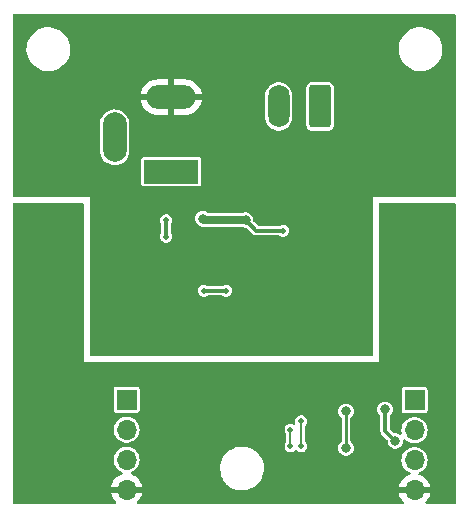
<source format=gbr>
%TF.GenerationSoftware,KiCad,Pcbnew,7.0.11*%
%TF.CreationDate,2024-03-26T21:19:37+01:00*%
%TF.ProjectId,booster_bare_minimum,626f6f73-7465-4725-9f62-6172655f6d69,rev?*%
%TF.SameCoordinates,Original*%
%TF.FileFunction,Copper,L2,Bot*%
%TF.FilePolarity,Positive*%
%FSLAX46Y46*%
G04 Gerber Fmt 4.6, Leading zero omitted, Abs format (unit mm)*
G04 Created by KiCad (PCBNEW 7.0.11) date 2024-03-26 21:19:37*
%MOMM*%
%LPD*%
G01*
G04 APERTURE LIST*
G04 Aperture macros list*
%AMRoundRect*
0 Rectangle with rounded corners*
0 $1 Rounding radius*
0 $2 $3 $4 $5 $6 $7 $8 $9 X,Y pos of 4 corners*
0 Add a 4 corners polygon primitive as box body*
4,1,4,$2,$3,$4,$5,$6,$7,$8,$9,$2,$3,0*
0 Add four circle primitives for the rounded corners*
1,1,$1+$1,$2,$3*
1,1,$1+$1,$4,$5*
1,1,$1+$1,$6,$7*
1,1,$1+$1,$8,$9*
0 Add four rect primitives between the rounded corners*
20,1,$1+$1,$2,$3,$4,$5,0*
20,1,$1+$1,$4,$5,$6,$7,0*
20,1,$1+$1,$6,$7,$8,$9,0*
20,1,$1+$1,$8,$9,$2,$3,0*%
G04 Aperture macros list end*
%TA.AperFunction,ComponentPad*%
%ADD10R,1.700000X1.700000*%
%TD*%
%TA.AperFunction,ComponentPad*%
%ADD11O,1.700000X1.700000*%
%TD*%
%TA.AperFunction,ComponentPad*%
%ADD12R,4.600000X2.000000*%
%TD*%
%TA.AperFunction,ComponentPad*%
%ADD13O,4.200000X2.000000*%
%TD*%
%TA.AperFunction,ComponentPad*%
%ADD14O,2.000000X4.200000*%
%TD*%
%TA.AperFunction,ComponentPad*%
%ADD15RoundRect,0.250000X0.650000X1.550000X-0.650000X1.550000X-0.650000X-1.550000X0.650000X-1.550000X0*%
%TD*%
%TA.AperFunction,ComponentPad*%
%ADD16O,1.800000X3.600000*%
%TD*%
%TA.AperFunction,ViaPad*%
%ADD17C,0.800000*%
%TD*%
%TA.AperFunction,ViaPad*%
%ADD18C,0.500000*%
%TD*%
%TA.AperFunction,Conductor*%
%ADD19C,0.300000*%
%TD*%
%TA.AperFunction,Conductor*%
%ADD20C,0.200000*%
%TD*%
%TA.AperFunction,Conductor*%
%ADD21C,0.250000*%
%TD*%
%TA.AperFunction,Conductor*%
%ADD22C,0.700000*%
%TD*%
G04 APERTURE END LIST*
D10*
%TO.P,J102,1,Pin_1*%
%TO.N,/Booster/DCC_B*%
X161626000Y-69175000D03*
D11*
%TO.P,J102,2,Pin_2*%
%TO.N,/Booster/DCC_A*%
X161626000Y-71715000D03*
%TO.P,J102,3,Pin_3*%
%TO.N,/Booster/ShortCircuit*%
X161626000Y-74255000D03*
%TO.P,J102,4,Pin_4*%
%TO.N,GND*%
X161626000Y-76795000D03*
%TD*%
D12*
%TO.P,J201,1*%
%TO.N,VCC*%
X165410000Y-49861000D03*
D13*
%TO.P,J201,2*%
%TO.N,GND2*%
X165410000Y-43561000D03*
D14*
%TO.P,J201,3*%
%TO.N,N/C*%
X160610000Y-46961000D03*
%TD*%
D15*
%TO.P,J103,1,Pin_1*%
%TO.N,/Booster/Track_B*%
X178000000Y-44346000D03*
D16*
%TO.P,J103,2,Pin_2*%
%TO.N,/Booster/Track_A*%
X174500000Y-44346000D03*
%TD*%
D10*
%TO.P,J101,1,Pin_1*%
%TO.N,/Booster/DCC_B*%
X186000000Y-69215000D03*
D11*
%TO.P,J101,2,Pin_2*%
%TO.N,/Booster/DCC_A*%
X186000000Y-71755000D03*
%TO.P,J101,3,Pin_3*%
%TO.N,/Booster/ShortCircuit*%
X186000000Y-74295000D03*
%TO.P,J101,4,Pin_4*%
%TO.N,GND*%
X186000000Y-76835000D03*
%TD*%
D17*
%TO.N,GND*%
X184300000Y-66000000D03*
X181800000Y-69700000D03*
X178700000Y-69800000D03*
D18*
%TO.N,/Booster/DCC_A*%
X175500000Y-73115000D03*
X175500000Y-71715000D03*
%TO.N,/Booster/DCC_B*%
X176400000Y-73115000D03*
X176400000Y-71015000D03*
D17*
%TO.N,Net-(Q1-B)*%
X180200000Y-73265000D03*
X180200000Y-70165000D03*
%TO.N,GND2*%
X153162000Y-49657000D03*
X160401000Y-62357000D03*
X168656000Y-39116000D03*
X159639000Y-41656000D03*
X168910000Y-46863000D03*
X169799000Y-63373000D03*
X160274000Y-54610000D03*
X176911000Y-47498000D03*
X163000000Y-47000000D03*
X181356000Y-58547000D03*
X165735000Y-52324000D03*
X172212000Y-51054000D03*
X164846000Y-62357000D03*
X178943000Y-52324000D03*
X162814000Y-64262000D03*
X170561000Y-44577000D03*
X181356000Y-54610000D03*
X186436000Y-45593000D03*
X160274000Y-51689000D03*
X171958000Y-64643000D03*
X187071000Y-50038000D03*
X173990000Y-63500000D03*
X172974000Y-38227000D03*
X178435000Y-49276000D03*
X172593000Y-63373000D03*
X166243000Y-64389000D03*
X181102000Y-64008000D03*
X162687000Y-38862000D03*
X175006000Y-52070000D03*
X175768000Y-64516000D03*
D18*
%TO.N,VCC*%
X174879000Y-54864000D03*
D17*
X171704000Y-53975000D03*
X168087500Y-53848000D03*
%TO.N,/Booster/ShortCircuit*%
X184376500Y-72671500D03*
X183500000Y-70000000D03*
%TO.N,GND*%
X184785000Y-53721000D03*
X164211000Y-73660000D03*
X154559000Y-70866000D03*
X176403000Y-68199000D03*
X156591000Y-62738000D03*
X165100000Y-69723000D03*
X156591000Y-56896000D03*
X156845000Y-59944000D03*
X166243000Y-66929000D03*
X188595000Y-76708000D03*
X152781000Y-66040000D03*
X159512000Y-67310000D03*
X172339000Y-69342000D03*
X184277000Y-61849000D03*
X188468000Y-68961000D03*
X184912000Y-57150000D03*
X157353000Y-75438000D03*
X182118000Y-73660000D03*
D18*
%TO.N,Net-(Q201-G)*%
X170053000Y-59944000D03*
X168148000Y-59944000D03*
%TO.N,Net-(U201-EN)*%
X164973000Y-53975000D03*
X164973000Y-55372000D03*
%TD*%
D19*
%TO.N,/Booster/ShortCircuit*%
X183500000Y-71795000D02*
X184376500Y-72671500D01*
X183500000Y-70000000D02*
X183500000Y-71795000D01*
D20*
%TO.N,/Booster/DCC_A*%
X175500000Y-71715000D02*
X175500000Y-73115000D01*
%TO.N,/Booster/DCC_B*%
X176400000Y-71015000D02*
X176400000Y-73115000D01*
D21*
%TO.N,Net-(Q1-B)*%
X180200000Y-70165000D02*
X180200000Y-73265000D01*
D22*
%TO.N,VCC*%
X171704000Y-53975000D02*
X168214500Y-53975000D01*
X168214500Y-53975000D02*
X168087500Y-53848000D01*
D19*
X172593000Y-54864000D02*
X171704000Y-53975000D01*
X174879000Y-54864000D02*
X172593000Y-54864000D01*
%TO.N,Net-(Q201-G)*%
X170053000Y-59944000D02*
X168148000Y-59944000D01*
%TO.N,Net-(U201-EN)*%
X164973000Y-53975000D02*
X164973000Y-55372000D01*
%TD*%
%TA.AperFunction,Conductor*%
%TO.N,GND*%
G36*
X157943039Y-52519685D02*
G01*
X157988794Y-52572489D01*
X158000000Y-52624000D01*
X158000000Y-66000000D01*
X183000000Y-66000000D01*
X183000000Y-52624000D01*
X183019685Y-52556961D01*
X183072489Y-52511206D01*
X183124000Y-52500000D01*
X189376000Y-52500000D01*
X189443039Y-52519685D01*
X189488794Y-52572489D01*
X189500000Y-52624000D01*
X189500000Y-77876000D01*
X189480315Y-77943039D01*
X189427511Y-77988794D01*
X189376000Y-78000000D01*
X187043550Y-78000000D01*
X186976511Y-77980315D01*
X186930756Y-77927511D01*
X186920812Y-77858353D01*
X186949837Y-77794797D01*
X186955869Y-77788319D01*
X187038105Y-77706082D01*
X187173600Y-77512578D01*
X187273429Y-77298492D01*
X187273432Y-77298486D01*
X187330636Y-77085000D01*
X186433686Y-77085000D01*
X186459493Y-77044844D01*
X186500000Y-76906889D01*
X186500000Y-76763111D01*
X186459493Y-76625156D01*
X186433686Y-76585000D01*
X187330636Y-76585000D01*
X187330635Y-76584999D01*
X187273432Y-76371513D01*
X187273429Y-76371507D01*
X187173600Y-76157422D01*
X187173599Y-76157420D01*
X187038113Y-75963926D01*
X187038108Y-75963920D01*
X186871082Y-75796894D01*
X186677578Y-75661399D01*
X186463492Y-75561570D01*
X186463477Y-75561564D01*
X186424414Y-75551097D01*
X186364754Y-75514732D01*
X186334226Y-75451885D01*
X186342521Y-75382509D01*
X186387007Y-75328632D01*
X186411710Y-75315698D01*
X186492637Y-75284348D01*
X186666041Y-75176981D01*
X186816764Y-75039579D01*
X186939673Y-74876821D01*
X187030582Y-74694250D01*
X187086397Y-74498083D01*
X187105215Y-74295000D01*
X187101508Y-74254999D01*
X187086397Y-74091917D01*
X187069753Y-74033419D01*
X187030582Y-73895750D01*
X187021592Y-73877696D01*
X186985037Y-73804283D01*
X186939673Y-73713179D01*
X186865909Y-73615499D01*
X186816762Y-73550418D01*
X186666041Y-73413019D01*
X186666039Y-73413017D01*
X186492642Y-73305655D01*
X186492635Y-73305651D01*
X186368228Y-73257456D01*
X186302456Y-73231976D01*
X186101976Y-73194500D01*
X185898024Y-73194500D01*
X185697544Y-73231976D01*
X185697541Y-73231976D01*
X185697541Y-73231977D01*
X185507364Y-73305651D01*
X185507357Y-73305655D01*
X185333960Y-73413017D01*
X185333958Y-73413019D01*
X185183237Y-73550418D01*
X185060327Y-73713178D01*
X184969422Y-73895739D01*
X184969417Y-73895752D01*
X184913602Y-74091917D01*
X184894785Y-74294999D01*
X184894785Y-74295000D01*
X184913602Y-74498082D01*
X184969417Y-74694247D01*
X184969422Y-74694260D01*
X185060327Y-74876821D01*
X185183237Y-75039581D01*
X185333958Y-75176980D01*
X185333960Y-75176982D01*
X185375873Y-75202933D01*
X185507363Y-75284348D01*
X185588283Y-75315696D01*
X185643685Y-75358269D01*
X185667276Y-75424035D01*
X185651565Y-75492116D01*
X185601542Y-75540895D01*
X185575586Y-75551097D01*
X185536519Y-75561565D01*
X185536507Y-75561570D01*
X185322422Y-75661399D01*
X185322420Y-75661400D01*
X185128926Y-75796886D01*
X185128920Y-75796891D01*
X184961891Y-75963920D01*
X184961886Y-75963926D01*
X184826400Y-76157420D01*
X184826399Y-76157422D01*
X184726570Y-76371507D01*
X184726567Y-76371513D01*
X184669364Y-76584999D01*
X184669364Y-76585000D01*
X185566314Y-76585000D01*
X185540507Y-76625156D01*
X185500000Y-76763111D01*
X185500000Y-76906889D01*
X185540507Y-77044844D01*
X185566314Y-77085000D01*
X184669364Y-77085000D01*
X184726567Y-77298486D01*
X184726570Y-77298492D01*
X184826399Y-77512578D01*
X184961894Y-77706082D01*
X185044131Y-77788319D01*
X185077616Y-77849642D01*
X185072632Y-77919334D01*
X185030760Y-77975267D01*
X184965296Y-77999684D01*
X184956450Y-78000000D01*
X162629550Y-78000000D01*
X162562511Y-77980315D01*
X162516756Y-77927511D01*
X162506812Y-77858353D01*
X162535837Y-77794797D01*
X162541869Y-77788319D01*
X162664105Y-77666082D01*
X162799600Y-77472578D01*
X162899429Y-77258492D01*
X162899432Y-77258486D01*
X162956636Y-77045000D01*
X162059686Y-77045000D01*
X162085493Y-77004844D01*
X162126000Y-76866889D01*
X162126000Y-76723111D01*
X162085493Y-76585156D01*
X162059686Y-76545000D01*
X162956636Y-76545000D01*
X162956635Y-76544999D01*
X162899432Y-76331513D01*
X162899429Y-76331507D01*
X162799600Y-76117422D01*
X162799599Y-76117420D01*
X162664113Y-75923926D01*
X162664108Y-75923920D01*
X162497082Y-75756894D01*
X162303578Y-75621399D01*
X162089492Y-75521570D01*
X162089477Y-75521564D01*
X162050414Y-75511097D01*
X161990754Y-75474732D01*
X161960226Y-75411885D01*
X161968521Y-75342509D01*
X162013007Y-75288632D01*
X162037710Y-75275698D01*
X162118637Y-75244348D01*
X162292041Y-75136981D01*
X162367970Y-75067763D01*
X169545787Y-75067763D01*
X169575413Y-75337013D01*
X169575415Y-75337024D01*
X169643926Y-75599082D01*
X169643928Y-75599088D01*
X169749870Y-75848390D01*
X169820381Y-75963926D01*
X169890979Y-76079605D01*
X169890986Y-76079615D01*
X170064253Y-76287819D01*
X170064259Y-76287824D01*
X170157662Y-76371513D01*
X170265998Y-76468582D01*
X170491910Y-76618044D01*
X170737176Y-76733020D01*
X170737183Y-76733022D01*
X170737185Y-76733023D01*
X170996557Y-76811057D01*
X170996564Y-76811058D01*
X170996569Y-76811060D01*
X171264561Y-76850500D01*
X171264566Y-76850500D01*
X171467629Y-76850500D01*
X171467631Y-76850500D01*
X171467636Y-76850499D01*
X171467648Y-76850499D01*
X171505191Y-76847750D01*
X171670156Y-76835677D01*
X171782758Y-76810593D01*
X171934546Y-76776782D01*
X171934548Y-76776781D01*
X171934553Y-76776780D01*
X172187558Y-76680014D01*
X172423777Y-76547441D01*
X172638177Y-76381888D01*
X172826186Y-76186881D01*
X172983799Y-75966579D01*
X173071040Y-75796894D01*
X173107649Y-75725690D01*
X173107651Y-75725684D01*
X173107656Y-75725675D01*
X173195118Y-75469305D01*
X173244319Y-75202933D01*
X173254212Y-74932235D01*
X173224586Y-74662982D01*
X173156072Y-74400912D01*
X173050130Y-74151610D01*
X172909018Y-73920390D01*
X172855226Y-73855752D01*
X172735746Y-73712180D01*
X172735740Y-73712175D01*
X172534002Y-73531418D01*
X172308092Y-73381957D01*
X172308090Y-73381956D01*
X172062824Y-73266980D01*
X172062819Y-73266978D01*
X172062814Y-73266976D01*
X171803442Y-73188942D01*
X171803428Y-73188939D01*
X171687791Y-73171921D01*
X171535439Y-73149500D01*
X171332369Y-73149500D01*
X171332351Y-73149500D01*
X171129844Y-73164323D01*
X171129831Y-73164325D01*
X170865453Y-73223217D01*
X170865446Y-73223220D01*
X170612439Y-73319987D01*
X170376226Y-73452557D01*
X170161822Y-73618112D01*
X169973822Y-73813109D01*
X169973816Y-73813116D01*
X169816202Y-74033419D01*
X169816199Y-74033424D01*
X169692350Y-74274309D01*
X169692343Y-74274327D01*
X169604884Y-74530685D01*
X169604881Y-74530699D01*
X169555681Y-74797068D01*
X169555680Y-74797075D01*
X169545787Y-75067763D01*
X162367970Y-75067763D01*
X162442764Y-74999579D01*
X162565673Y-74836821D01*
X162656582Y-74654250D01*
X162712397Y-74458083D01*
X162731215Y-74255000D01*
X162712397Y-74051917D01*
X162656582Y-73855750D01*
X162635354Y-73813119D01*
X162612272Y-73766764D01*
X162565673Y-73673179D01*
X162491496Y-73574953D01*
X162442762Y-73510418D01*
X162292041Y-73373019D01*
X162292039Y-73373017D01*
X162118642Y-73265655D01*
X162118635Y-73265651D01*
X161934971Y-73194500D01*
X161928456Y-73191976D01*
X161727976Y-73154500D01*
X161524024Y-73154500D01*
X161323544Y-73191976D01*
X161323541Y-73191976D01*
X161323541Y-73191977D01*
X161133364Y-73265651D01*
X161133357Y-73265655D01*
X160959960Y-73373017D01*
X160959958Y-73373019D01*
X160809237Y-73510418D01*
X160686327Y-73673178D01*
X160595422Y-73855739D01*
X160595417Y-73855752D01*
X160539602Y-74051917D01*
X160520785Y-74254999D01*
X160520785Y-74255000D01*
X160539602Y-74458082D01*
X160595417Y-74654247D01*
X160595422Y-74654260D01*
X160686327Y-74836821D01*
X160809237Y-74999581D01*
X160959958Y-75136980D01*
X160959960Y-75136982D01*
X161024560Y-75176980D01*
X161133363Y-75244348D01*
X161214283Y-75275696D01*
X161269685Y-75318269D01*
X161293276Y-75384035D01*
X161277565Y-75452116D01*
X161227542Y-75500895D01*
X161201586Y-75511097D01*
X161162519Y-75521565D01*
X161162507Y-75521570D01*
X160948422Y-75621399D01*
X160948420Y-75621400D01*
X160754926Y-75756886D01*
X160754920Y-75756891D01*
X160587891Y-75923920D01*
X160587886Y-75923926D01*
X160452400Y-76117420D01*
X160452399Y-76117422D01*
X160352570Y-76331507D01*
X160352567Y-76331513D01*
X160295364Y-76544999D01*
X160295364Y-76545000D01*
X161192314Y-76545000D01*
X161166507Y-76585156D01*
X161126000Y-76723111D01*
X161126000Y-76866889D01*
X161166507Y-77004844D01*
X161192314Y-77045000D01*
X160295364Y-77045000D01*
X160352567Y-77258486D01*
X160352570Y-77258492D01*
X160452399Y-77472578D01*
X160587894Y-77666082D01*
X160710131Y-77788319D01*
X160743616Y-77849642D01*
X160738632Y-77919334D01*
X160696760Y-77975267D01*
X160631296Y-77999684D01*
X160622450Y-78000000D01*
X152124000Y-78000000D01*
X152056961Y-77980315D01*
X152011206Y-77927511D01*
X152000000Y-77876000D01*
X152000000Y-73115000D01*
X174994353Y-73115000D01*
X175014834Y-73257456D01*
X175067610Y-73373017D01*
X175074623Y-73388373D01*
X175168872Y-73497143D01*
X175289947Y-73574953D01*
X175289950Y-73574954D01*
X175289949Y-73574954D01*
X175428036Y-73615499D01*
X175428038Y-73615500D01*
X175428039Y-73615500D01*
X175571962Y-73615500D01*
X175571962Y-73615499D01*
X175710053Y-73574953D01*
X175831128Y-73497143D01*
X175856288Y-73468106D01*
X175915065Y-73430333D01*
X175984935Y-73430333D01*
X176043711Y-73468106D01*
X176068872Y-73497143D01*
X176189947Y-73574953D01*
X176189950Y-73574954D01*
X176189949Y-73574954D01*
X176328036Y-73615499D01*
X176328038Y-73615500D01*
X176328039Y-73615500D01*
X176471962Y-73615500D01*
X176471962Y-73615499D01*
X176610053Y-73574953D01*
X176731128Y-73497143D01*
X176825377Y-73388373D01*
X176881720Y-73265000D01*
X179544722Y-73265000D01*
X179563762Y-73421818D01*
X179619780Y-73569523D01*
X179709517Y-73699530D01*
X179827760Y-73804283D01*
X179827762Y-73804284D01*
X179967634Y-73877696D01*
X180121014Y-73915500D01*
X180121015Y-73915500D01*
X180278985Y-73915500D01*
X180432365Y-73877696D01*
X180474200Y-73855739D01*
X180572240Y-73804283D01*
X180690483Y-73699530D01*
X180780220Y-73569523D01*
X180836237Y-73421818D01*
X180855278Y-73265000D01*
X180846412Y-73191977D01*
X180836237Y-73108181D01*
X180786116Y-72976024D01*
X180780220Y-72960477D01*
X180690483Y-72830470D01*
X180688054Y-72828318D01*
X180617273Y-72765611D01*
X180580146Y-72706422D01*
X180575500Y-72672796D01*
X180575500Y-70757202D01*
X180595185Y-70690163D01*
X180617274Y-70664386D01*
X180631283Y-70651976D01*
X180690483Y-70599530D01*
X180780220Y-70469523D01*
X180836237Y-70321818D01*
X180855278Y-70165000D01*
X180855004Y-70162739D01*
X180836237Y-70008181D01*
X180833134Y-70000000D01*
X182844722Y-70000000D01*
X182863762Y-70156818D01*
X182919780Y-70304523D01*
X182919781Y-70304524D01*
X183009517Y-70434531D01*
X183057726Y-70477239D01*
X183094853Y-70536428D01*
X183099500Y-70570055D01*
X183099500Y-71858429D01*
X183099501Y-71858439D01*
X183106346Y-71879507D01*
X183110887Y-71898418D01*
X183114354Y-71920304D01*
X183114355Y-71920307D01*
X183124412Y-71940045D01*
X183131857Y-71958018D01*
X183138704Y-71979090D01*
X183151726Y-71997014D01*
X183161890Y-72013600D01*
X183171949Y-72033340D01*
X183171950Y-72033342D01*
X183191390Y-72052782D01*
X183191419Y-72052813D01*
X183688153Y-72549545D01*
X183721638Y-72610868D01*
X183723568Y-72652168D01*
X183721222Y-72671494D01*
X183721222Y-72671500D01*
X183740262Y-72828318D01*
X183790383Y-72960475D01*
X183796280Y-72976023D01*
X183886017Y-73106030D01*
X184004260Y-73210783D01*
X184004262Y-73210784D01*
X184144134Y-73284196D01*
X184297514Y-73322000D01*
X184297515Y-73322000D01*
X184455485Y-73322000D01*
X184608865Y-73284196D01*
X184641667Y-73266980D01*
X184748740Y-73210783D01*
X184866983Y-73106030D01*
X184956720Y-72976023D01*
X185012737Y-72828318D01*
X185031778Y-72671500D01*
X185031777Y-72671494D01*
X185029725Y-72654594D01*
X185041183Y-72585671D01*
X185088085Y-72533883D01*
X185155540Y-72515674D01*
X185222132Y-72536824D01*
X185236358Y-72548007D01*
X185333957Y-72636980D01*
X185333960Y-72636982D01*
X185389704Y-72671497D01*
X185507363Y-72744348D01*
X185697544Y-72818024D01*
X185898024Y-72855500D01*
X185898026Y-72855500D01*
X186101974Y-72855500D01*
X186101976Y-72855500D01*
X186302456Y-72818024D01*
X186492637Y-72744348D01*
X186666041Y-72636981D01*
X186816764Y-72499579D01*
X186939673Y-72336821D01*
X187030582Y-72154250D01*
X187086397Y-71958083D01*
X187105215Y-71755000D01*
X187101508Y-71714999D01*
X187086397Y-71551917D01*
X187075016Y-71511917D01*
X187030582Y-71355750D01*
X187019182Y-71332856D01*
X186960248Y-71214500D01*
X186939673Y-71173179D01*
X186816764Y-71010421D01*
X186816762Y-71010418D01*
X186666041Y-70873019D01*
X186666039Y-70873017D01*
X186492642Y-70765655D01*
X186492635Y-70765651D01*
X186384020Y-70723574D01*
X186302456Y-70691976D01*
X186101976Y-70654500D01*
X185898024Y-70654500D01*
X185697544Y-70691976D01*
X185697541Y-70691976D01*
X185697541Y-70691977D01*
X185507364Y-70765651D01*
X185507357Y-70765655D01*
X185333960Y-70873017D01*
X185333958Y-70873019D01*
X185183237Y-71010418D01*
X185060327Y-71173178D01*
X184969422Y-71355739D01*
X184969417Y-71355752D01*
X184913602Y-71551917D01*
X184894785Y-71754999D01*
X184894785Y-71755000D01*
X184913602Y-71958080D01*
X184921661Y-71986403D01*
X184921073Y-72056270D01*
X184882806Y-72114728D01*
X184819008Y-72143218D01*
X184749936Y-72132693D01*
X184744768Y-72130132D01*
X184608865Y-72058803D01*
X184455486Y-72021000D01*
X184455485Y-72021000D01*
X184343755Y-72021000D01*
X184276716Y-72001315D01*
X184256074Y-71984681D01*
X183936819Y-71665426D01*
X183903334Y-71604103D01*
X183900500Y-71577745D01*
X183900500Y-70570055D01*
X183920185Y-70503016D01*
X183942274Y-70477239D01*
X183990482Y-70434531D01*
X183990483Y-70434530D01*
X184080220Y-70304523D01*
X184136237Y-70156818D01*
X184144389Y-70089678D01*
X184899500Y-70089678D01*
X184914032Y-70162735D01*
X184914033Y-70162739D01*
X184914034Y-70162740D01*
X184969399Y-70245601D01*
X185014147Y-70275500D01*
X185052260Y-70300966D01*
X185052264Y-70300967D01*
X185125321Y-70315499D01*
X185125324Y-70315500D01*
X185125326Y-70315500D01*
X186874676Y-70315500D01*
X186874677Y-70315499D01*
X186947740Y-70300966D01*
X187030601Y-70245601D01*
X187085966Y-70162740D01*
X187100500Y-70089674D01*
X187100500Y-68340326D01*
X187100500Y-68340323D01*
X187100499Y-68340321D01*
X187085967Y-68267264D01*
X187085966Y-68267260D01*
X187059239Y-68227260D01*
X187030601Y-68184399D01*
X186947740Y-68129034D01*
X186947739Y-68129033D01*
X186947735Y-68129032D01*
X186874677Y-68114500D01*
X186874674Y-68114500D01*
X185125326Y-68114500D01*
X185125323Y-68114500D01*
X185052264Y-68129032D01*
X185052260Y-68129033D01*
X184969399Y-68184399D01*
X184914033Y-68267260D01*
X184914032Y-68267264D01*
X184899500Y-68340321D01*
X184899500Y-70089678D01*
X184144389Y-70089678D01*
X184155278Y-70000000D01*
X184136237Y-69843182D01*
X184080220Y-69695477D01*
X183990483Y-69565470D01*
X183872240Y-69460717D01*
X183872238Y-69460716D01*
X183872237Y-69460715D01*
X183732365Y-69387303D01*
X183578986Y-69349500D01*
X183578985Y-69349500D01*
X183421015Y-69349500D01*
X183421014Y-69349500D01*
X183267634Y-69387303D01*
X183127762Y-69460715D01*
X183009516Y-69565471D01*
X182919781Y-69695475D01*
X182919780Y-69695476D01*
X182863762Y-69843181D01*
X182844722Y-69999999D01*
X182844722Y-70000000D01*
X180833134Y-70000000D01*
X180814992Y-69952164D01*
X180780220Y-69860477D01*
X180690483Y-69730470D01*
X180572240Y-69625717D01*
X180572238Y-69625716D01*
X180572237Y-69625715D01*
X180432365Y-69552303D01*
X180278986Y-69514500D01*
X180278985Y-69514500D01*
X180121015Y-69514500D01*
X180121014Y-69514500D01*
X179967634Y-69552303D01*
X179827762Y-69625715D01*
X179709516Y-69730471D01*
X179619781Y-69860475D01*
X179619780Y-69860476D01*
X179563762Y-70008181D01*
X179544722Y-70164999D01*
X179544722Y-70165000D01*
X179563762Y-70321818D01*
X179606509Y-70434530D01*
X179619780Y-70469523D01*
X179647576Y-70509794D01*
X179709517Y-70599531D01*
X179782726Y-70664386D01*
X179819853Y-70723574D01*
X179824500Y-70757202D01*
X179824500Y-72672796D01*
X179804815Y-72739835D01*
X179782727Y-72765611D01*
X179709518Y-72830468D01*
X179619781Y-72960475D01*
X179619780Y-72960476D01*
X179563762Y-73108181D01*
X179544722Y-73264999D01*
X179544722Y-73265000D01*
X176881720Y-73265000D01*
X176885165Y-73257457D01*
X176905647Y-73115000D01*
X176885165Y-72972543D01*
X176825377Y-72841627D01*
X176815708Y-72830468D01*
X176780786Y-72790164D01*
X176751762Y-72726608D01*
X176750500Y-72708963D01*
X176750500Y-71421035D01*
X176770185Y-71353996D01*
X176780782Y-71339837D01*
X176825377Y-71288373D01*
X176885165Y-71157457D01*
X176905647Y-71015000D01*
X176885165Y-70872543D01*
X176825377Y-70741627D01*
X176731128Y-70632857D01*
X176610053Y-70555047D01*
X176610051Y-70555046D01*
X176610049Y-70555045D01*
X176610050Y-70555045D01*
X176471963Y-70514500D01*
X176471961Y-70514500D01*
X176328039Y-70514500D01*
X176328036Y-70514500D01*
X176189949Y-70555045D01*
X176068873Y-70632856D01*
X175974623Y-70741626D01*
X175974622Y-70741628D01*
X175914834Y-70872543D01*
X175894353Y-71015000D01*
X175912501Y-71141228D01*
X175902557Y-71210386D01*
X175856802Y-71263190D01*
X175789762Y-71282874D01*
X175722725Y-71263190D01*
X175710053Y-71255047D01*
X175710050Y-71255045D01*
X175571963Y-71214500D01*
X175571961Y-71214500D01*
X175428039Y-71214500D01*
X175428036Y-71214500D01*
X175289949Y-71255045D01*
X175168873Y-71332856D01*
X175074623Y-71441626D01*
X175074622Y-71441628D01*
X175014834Y-71572543D01*
X174994353Y-71715000D01*
X175014834Y-71857456D01*
X175072937Y-71984681D01*
X175074623Y-71988373D01*
X175119213Y-72039833D01*
X175148238Y-72103388D01*
X175149500Y-72121035D01*
X175149500Y-72708963D01*
X175129815Y-72776002D01*
X175119214Y-72790164D01*
X175074625Y-72841623D01*
X175074622Y-72841628D01*
X175014834Y-72972543D01*
X174994353Y-73115000D01*
X152000000Y-73115000D01*
X152000000Y-71715000D01*
X160520785Y-71715000D01*
X160539602Y-71918082D01*
X160595417Y-72114247D01*
X160595422Y-72114260D01*
X160686327Y-72296821D01*
X160809237Y-72459581D01*
X160959958Y-72596980D01*
X160959960Y-72596982D01*
X160982387Y-72610868D01*
X161133363Y-72704348D01*
X161323544Y-72778024D01*
X161524024Y-72815500D01*
X161524026Y-72815500D01*
X161727974Y-72815500D01*
X161727976Y-72815500D01*
X161928456Y-72778024D01*
X162118637Y-72704348D01*
X162292041Y-72596981D01*
X162442764Y-72459579D01*
X162565673Y-72296821D01*
X162656582Y-72114250D01*
X162712397Y-71918083D01*
X162731215Y-71715000D01*
X162712397Y-71511917D01*
X162656582Y-71315750D01*
X162642949Y-71288372D01*
X162604117Y-71210386D01*
X162565673Y-71133179D01*
X162506704Y-71055091D01*
X162442762Y-70970418D01*
X162292041Y-70833019D01*
X162292039Y-70833017D01*
X162118642Y-70725655D01*
X162118635Y-70725651D01*
X161934971Y-70654500D01*
X161928456Y-70651976D01*
X161727976Y-70614500D01*
X161524024Y-70614500D01*
X161323544Y-70651976D01*
X161323541Y-70651976D01*
X161323541Y-70651977D01*
X161133364Y-70725651D01*
X161133357Y-70725655D01*
X160959960Y-70833017D01*
X160959958Y-70833019D01*
X160809237Y-70970418D01*
X160686327Y-71133178D01*
X160595422Y-71315739D01*
X160595417Y-71315752D01*
X160539602Y-71511917D01*
X160520785Y-71714999D01*
X160520785Y-71715000D01*
X152000000Y-71715000D01*
X152000000Y-70049678D01*
X160525500Y-70049678D01*
X160540032Y-70122735D01*
X160540033Y-70122739D01*
X160540034Y-70122740D01*
X160595399Y-70205601D01*
X160678260Y-70260966D01*
X160678264Y-70260967D01*
X160751321Y-70275499D01*
X160751324Y-70275500D01*
X160751326Y-70275500D01*
X162500676Y-70275500D01*
X162500677Y-70275499D01*
X162573740Y-70260966D01*
X162656601Y-70205601D01*
X162711966Y-70122740D01*
X162726500Y-70049674D01*
X162726500Y-68300326D01*
X162726500Y-68300323D01*
X162726499Y-68300321D01*
X162711967Y-68227264D01*
X162711966Y-68227260D01*
X162656601Y-68144399D01*
X162573740Y-68089034D01*
X162573739Y-68089033D01*
X162573735Y-68089032D01*
X162500677Y-68074500D01*
X162500674Y-68074500D01*
X160751326Y-68074500D01*
X160751323Y-68074500D01*
X160678264Y-68089032D01*
X160678260Y-68089033D01*
X160595399Y-68144399D01*
X160540033Y-68227260D01*
X160540032Y-68227264D01*
X160525500Y-68300321D01*
X160525500Y-70049678D01*
X152000000Y-70049678D01*
X152000000Y-52624000D01*
X152019685Y-52556961D01*
X152072489Y-52511206D01*
X152124000Y-52500000D01*
X157876000Y-52500000D01*
X157943039Y-52519685D01*
G37*
%TD.AperFunction*%
%TD*%
%TA.AperFunction,Conductor*%
%TO.N,GND2*%
G36*
X189443039Y-36519685D02*
G01*
X189488794Y-36572489D01*
X189500000Y-36624000D01*
X189500000Y-51876000D01*
X189480315Y-51943039D01*
X189427511Y-51988794D01*
X189376000Y-52000000D01*
X182500000Y-52000000D01*
X182500000Y-65376000D01*
X182480315Y-65443039D01*
X182427511Y-65488794D01*
X182376000Y-65500000D01*
X158624000Y-65500000D01*
X158556961Y-65480315D01*
X158511206Y-65427511D01*
X158500000Y-65376000D01*
X158500000Y-59944000D01*
X167642353Y-59944000D01*
X167662834Y-60086456D01*
X167722622Y-60217371D01*
X167722623Y-60217373D01*
X167816872Y-60326143D01*
X167937947Y-60403953D01*
X167937950Y-60403954D01*
X167937949Y-60403954D01*
X168076036Y-60444499D01*
X168076038Y-60444500D01*
X168076039Y-60444500D01*
X168219962Y-60444500D01*
X168219962Y-60444499D01*
X168358050Y-60403954D01*
X168358051Y-60403954D01*
X168419936Y-60364184D01*
X168486974Y-60344500D01*
X169714026Y-60344500D01*
X169781064Y-60364184D01*
X169842949Y-60403954D01*
X169981036Y-60444499D01*
X169981038Y-60444500D01*
X169981039Y-60444500D01*
X170124962Y-60444500D01*
X170124962Y-60444499D01*
X170263053Y-60403953D01*
X170384128Y-60326143D01*
X170478377Y-60217373D01*
X170538165Y-60086457D01*
X170558647Y-59944000D01*
X170538165Y-59801543D01*
X170478377Y-59670627D01*
X170384128Y-59561857D01*
X170263053Y-59484047D01*
X170263051Y-59484046D01*
X170263049Y-59484045D01*
X170263050Y-59484045D01*
X170124963Y-59443500D01*
X170124961Y-59443500D01*
X169981039Y-59443500D01*
X169981036Y-59443500D01*
X169842950Y-59484045D01*
X169842948Y-59484045D01*
X169781064Y-59523816D01*
X169714026Y-59543500D01*
X168486974Y-59543500D01*
X168419936Y-59523816D01*
X168358050Y-59484045D01*
X168219963Y-59443500D01*
X168219961Y-59443500D01*
X168076039Y-59443500D01*
X168076036Y-59443500D01*
X167937949Y-59484045D01*
X167816873Y-59561856D01*
X167722623Y-59670626D01*
X167722622Y-59670628D01*
X167662834Y-59801543D01*
X167642353Y-59944000D01*
X158500000Y-59944000D01*
X158500000Y-55372000D01*
X164467353Y-55372000D01*
X164487834Y-55514456D01*
X164547622Y-55645371D01*
X164547623Y-55645373D01*
X164641872Y-55754143D01*
X164762947Y-55831953D01*
X164762950Y-55831954D01*
X164762949Y-55831954D01*
X164901036Y-55872499D01*
X164901038Y-55872500D01*
X164901039Y-55872500D01*
X165044962Y-55872500D01*
X165044962Y-55872499D01*
X165183053Y-55831953D01*
X165304128Y-55754143D01*
X165398377Y-55645373D01*
X165458165Y-55514457D01*
X165478647Y-55372000D01*
X165458165Y-55229543D01*
X165398377Y-55098627D01*
X165398374Y-55098624D01*
X165393582Y-55091166D01*
X165396621Y-55089212D01*
X165374749Y-55041224D01*
X165373500Y-55023667D01*
X165373500Y-54323332D01*
X165393185Y-54256293D01*
X165393901Y-54255336D01*
X165398368Y-54248382D01*
X165398377Y-54248373D01*
X165458165Y-54117457D01*
X165478647Y-53975000D01*
X165460387Y-53848000D01*
X167432222Y-53848000D01*
X167451262Y-54004818D01*
X167462948Y-54035630D01*
X167507280Y-54152523D01*
X167597017Y-54282530D01*
X167715260Y-54387283D01*
X167715262Y-54387284D01*
X167861779Y-54464183D01*
X167861301Y-54465092D01*
X167881281Y-54476226D01*
X167911657Y-54499535D01*
X167911663Y-54499538D01*
X167984698Y-54529790D01*
X168057738Y-54560044D01*
X168136119Y-54570363D01*
X168214499Y-54580682D01*
X168214500Y-54580682D01*
X168245802Y-54576560D01*
X168261987Y-54575500D01*
X171417834Y-54575500D01*
X171463930Y-54586862D01*
X171464623Y-54585037D01*
X171471634Y-54587696D01*
X171625014Y-54625500D01*
X171736745Y-54625500D01*
X171803784Y-54645185D01*
X171824426Y-54661819D01*
X172336413Y-55173807D01*
X172336433Y-55173825D01*
X172354658Y-55192050D01*
X172374398Y-55202108D01*
X172390987Y-55212274D01*
X172408909Y-55225295D01*
X172408910Y-55225295D01*
X172408911Y-55225296D01*
X172429980Y-55232142D01*
X172447949Y-55239584D01*
X172467696Y-55249646D01*
X172489582Y-55253112D01*
X172508497Y-55257653D01*
X172529567Y-55264500D01*
X172561481Y-55264500D01*
X174540026Y-55264500D01*
X174607064Y-55284184D01*
X174668949Y-55323954D01*
X174807036Y-55364499D01*
X174807038Y-55364500D01*
X174807039Y-55364500D01*
X174950962Y-55364500D01*
X174950962Y-55364499D01*
X175089053Y-55323953D01*
X175210128Y-55246143D01*
X175304377Y-55137373D01*
X175364165Y-55006457D01*
X175384647Y-54864000D01*
X175364165Y-54721543D01*
X175304377Y-54590627D01*
X175210128Y-54481857D01*
X175089053Y-54404047D01*
X175089051Y-54404046D01*
X175089049Y-54404045D01*
X175089050Y-54404045D01*
X174950963Y-54363500D01*
X174950961Y-54363500D01*
X174807039Y-54363500D01*
X174807036Y-54363500D01*
X174668950Y-54404045D01*
X174668948Y-54404045D01*
X174607064Y-54443816D01*
X174540026Y-54463500D01*
X172810255Y-54463500D01*
X172743216Y-54443815D01*
X172722574Y-54427181D01*
X172392346Y-54096953D01*
X172358861Y-54035630D01*
X172356931Y-53994327D01*
X172359278Y-53975000D01*
X172340237Y-53818182D01*
X172284220Y-53670477D01*
X172194483Y-53540470D01*
X172076240Y-53435717D01*
X172076238Y-53435716D01*
X172076237Y-53435715D01*
X171936365Y-53362303D01*
X171782986Y-53324500D01*
X171782985Y-53324500D01*
X171625015Y-53324500D01*
X171625014Y-53324500D01*
X171471634Y-53362303D01*
X171464623Y-53364963D01*
X171463930Y-53363137D01*
X171417834Y-53374500D01*
X168581021Y-53374500D01*
X168513982Y-53354815D01*
X168498794Y-53343316D01*
X168459737Y-53308714D01*
X168319865Y-53235303D01*
X168166486Y-53197500D01*
X168166485Y-53197500D01*
X168008515Y-53197500D01*
X168008514Y-53197500D01*
X167855134Y-53235303D01*
X167715262Y-53308715D01*
X167597016Y-53413471D01*
X167507281Y-53543475D01*
X167507280Y-53543476D01*
X167451262Y-53691181D01*
X167432222Y-53847999D01*
X167432222Y-53848000D01*
X165460387Y-53848000D01*
X165458165Y-53832543D01*
X165398377Y-53701627D01*
X165304128Y-53592857D01*
X165183053Y-53515047D01*
X165183051Y-53515046D01*
X165183049Y-53515045D01*
X165183050Y-53515045D01*
X165044963Y-53474500D01*
X165044961Y-53474500D01*
X164901039Y-53474500D01*
X164901036Y-53474500D01*
X164762949Y-53515045D01*
X164641873Y-53592856D01*
X164547623Y-53701626D01*
X164547622Y-53701628D01*
X164487834Y-53832543D01*
X164467353Y-53975000D01*
X164487834Y-54117456D01*
X164527123Y-54203485D01*
X164547623Y-54248373D01*
X164547627Y-54248378D01*
X164552418Y-54255833D01*
X164549364Y-54257795D01*
X164571235Y-54305663D01*
X164572500Y-54323332D01*
X164572500Y-55023667D01*
X164552815Y-55090706D01*
X164552094Y-55091669D01*
X164547622Y-55098628D01*
X164487834Y-55229543D01*
X164467353Y-55372000D01*
X158500000Y-55372000D01*
X158500000Y-52000000D01*
X152124000Y-52000000D01*
X152056961Y-51980315D01*
X152011206Y-51927511D01*
X152000000Y-51876000D01*
X152000000Y-50885678D01*
X162859500Y-50885678D01*
X162874032Y-50958735D01*
X162874033Y-50958739D01*
X162874034Y-50958740D01*
X162929399Y-51041601D01*
X163012260Y-51096966D01*
X163012264Y-51096967D01*
X163085321Y-51111499D01*
X163085324Y-51111500D01*
X163085326Y-51111500D01*
X167734676Y-51111500D01*
X167734677Y-51111499D01*
X167807740Y-51096966D01*
X167890601Y-51041601D01*
X167945966Y-50958740D01*
X167960500Y-50885674D01*
X167960500Y-48836326D01*
X167960500Y-48836323D01*
X167960499Y-48836321D01*
X167945967Y-48763264D01*
X167945966Y-48763260D01*
X167907021Y-48704974D01*
X167890601Y-48680399D01*
X167807740Y-48625034D01*
X167807739Y-48625033D01*
X167807735Y-48625032D01*
X167734677Y-48610500D01*
X167734674Y-48610500D01*
X163085326Y-48610500D01*
X163085323Y-48610500D01*
X163012264Y-48625032D01*
X163012260Y-48625033D01*
X162929399Y-48680399D01*
X162874033Y-48763260D01*
X162874032Y-48763264D01*
X162859500Y-48836321D01*
X162859500Y-50885678D01*
X152000000Y-50885678D01*
X152000000Y-48117151D01*
X159359500Y-48117151D01*
X159374622Y-48285186D01*
X159374623Y-48285192D01*
X159434503Y-48502160D01*
X159434508Y-48502173D01*
X159532167Y-48704966D01*
X159532171Y-48704974D01*
X159664473Y-48887072D01*
X159664474Y-48887074D01*
X159827176Y-49042633D01*
X160015033Y-49166636D01*
X160222004Y-49255100D01*
X160222007Y-49255101D01*
X160222012Y-49255103D01*
X160441463Y-49305191D01*
X160666330Y-49315290D01*
X160889387Y-49285075D01*
X161103464Y-49215517D01*
X161301681Y-49108852D01*
X161477666Y-48968508D01*
X161625765Y-48798996D01*
X161741215Y-48605764D01*
X161820307Y-48395024D01*
X161860500Y-48173547D01*
X161860500Y-45804845D01*
X161845377Y-45636812D01*
X161796113Y-45458310D01*
X161785496Y-45419839D01*
X161785491Y-45419826D01*
X161727398Y-45299194D01*
X173349500Y-45299194D01*
X173364244Y-45458310D01*
X173383781Y-45526976D01*
X173422596Y-45663392D01*
X173422596Y-45663394D01*
X173517632Y-45854253D01*
X173630326Y-46003482D01*
X173646128Y-46024407D01*
X173803698Y-46168052D01*
X173984981Y-46280298D01*
X174183802Y-46357321D01*
X174393390Y-46396500D01*
X174393392Y-46396500D01*
X174606608Y-46396500D01*
X174606610Y-46396500D01*
X174816198Y-46357321D01*
X175015019Y-46280298D01*
X175196302Y-46168052D01*
X175353872Y-46024407D01*
X175414691Y-45943870D01*
X176849500Y-45943870D01*
X176849501Y-45943876D01*
X176855908Y-46003483D01*
X176906202Y-46138328D01*
X176906206Y-46138335D01*
X176992452Y-46253544D01*
X176992455Y-46253547D01*
X177107664Y-46339793D01*
X177107671Y-46339797D01*
X177242517Y-46390091D01*
X177242516Y-46390091D01*
X177249444Y-46390835D01*
X177302127Y-46396500D01*
X178697872Y-46396499D01*
X178757483Y-46390091D01*
X178892331Y-46339796D01*
X179007546Y-46253546D01*
X179093796Y-46138331D01*
X179144091Y-46003483D01*
X179150500Y-45943873D01*
X179150499Y-42748128D01*
X179144091Y-42688517D01*
X179093796Y-42553669D01*
X179093795Y-42553668D01*
X179093793Y-42553664D01*
X179007547Y-42438455D01*
X179007544Y-42438452D01*
X178892335Y-42352206D01*
X178892328Y-42352202D01*
X178757482Y-42301908D01*
X178757483Y-42301908D01*
X178697883Y-42295501D01*
X178697881Y-42295500D01*
X178697873Y-42295500D01*
X178697864Y-42295500D01*
X177302129Y-42295500D01*
X177302123Y-42295501D01*
X177242516Y-42301908D01*
X177107671Y-42352202D01*
X177107664Y-42352206D01*
X176992455Y-42438452D01*
X176992452Y-42438455D01*
X176906206Y-42553664D01*
X176906202Y-42553671D01*
X176855908Y-42688517D01*
X176850614Y-42737762D01*
X176849501Y-42748123D01*
X176849500Y-42748135D01*
X176849500Y-45943870D01*
X175414691Y-45943870D01*
X175482366Y-45854255D01*
X175577405Y-45663389D01*
X175635756Y-45458310D01*
X175650500Y-45299194D01*
X175650500Y-43392806D01*
X175635756Y-43233690D01*
X175577405Y-43028611D01*
X175577403Y-43028606D01*
X175577403Y-43028605D01*
X175482367Y-42837746D01*
X175353872Y-42667593D01*
X175228906Y-42553671D01*
X175196302Y-42523948D01*
X175015019Y-42411702D01*
X175015017Y-42411701D01*
X174915608Y-42373190D01*
X174816198Y-42334679D01*
X174606610Y-42295500D01*
X174393390Y-42295500D01*
X174183802Y-42334679D01*
X174183799Y-42334679D01*
X174183799Y-42334680D01*
X173984982Y-42411701D01*
X173984980Y-42411702D01*
X173803699Y-42523947D01*
X173646127Y-42667593D01*
X173517632Y-42837746D01*
X173422596Y-43028605D01*
X173422596Y-43028607D01*
X173422595Y-43028611D01*
X173364244Y-43233690D01*
X173349500Y-43392806D01*
X173349500Y-45299194D01*
X161727398Y-45299194D01*
X161687832Y-45217033D01*
X161687828Y-45217025D01*
X161555526Y-45034927D01*
X161555525Y-45034925D01*
X161392823Y-44879366D01*
X161204966Y-44755363D01*
X160997995Y-44666899D01*
X160997982Y-44666895D01*
X160778542Y-44616810D01*
X160778538Y-44616809D01*
X160778537Y-44616809D01*
X160778536Y-44616808D01*
X160778531Y-44616808D01*
X160553674Y-44606710D01*
X160553673Y-44606710D01*
X160553670Y-44606710D01*
X160330613Y-44636925D01*
X160330610Y-44636925D01*
X160330609Y-44636926D01*
X160116534Y-44706483D01*
X159918321Y-44813146D01*
X159918318Y-44813148D01*
X159742336Y-44953489D01*
X159594236Y-45123003D01*
X159478787Y-45316232D01*
X159478786Y-45316234D01*
X159399692Y-45526976D01*
X159359500Y-45748450D01*
X159359500Y-48117151D01*
X152000000Y-48117151D01*
X152000000Y-43310999D01*
X162830976Y-43310999D01*
X162830978Y-43311000D01*
X163876314Y-43311000D01*
X163850507Y-43351156D01*
X163810000Y-43489111D01*
X163810000Y-43632889D01*
X163850507Y-43770844D01*
X163876314Y-43811000D01*
X162830977Y-43811000D01*
X162850916Y-43930492D01*
X162931630Y-44165603D01*
X162931635Y-44165614D01*
X163049942Y-44384228D01*
X163049948Y-44384237D01*
X163202626Y-44580397D01*
X163202635Y-44580407D01*
X163385522Y-44748767D01*
X163385521Y-44748767D01*
X163593632Y-44884732D01*
X163821282Y-44984587D01*
X164062261Y-45045612D01*
X164062269Y-45045614D01*
X164247945Y-45060999D01*
X164247961Y-45061000D01*
X165160000Y-45061000D01*
X165160000Y-44061000D01*
X165660000Y-44061000D01*
X165660000Y-45061000D01*
X166572039Y-45061000D01*
X166572054Y-45060999D01*
X166757730Y-45045614D01*
X166757738Y-45045612D01*
X166998717Y-44984587D01*
X167226367Y-44884732D01*
X167434478Y-44748767D01*
X167617364Y-44580407D01*
X167617373Y-44580397D01*
X167770051Y-44384237D01*
X167770057Y-44384228D01*
X167888364Y-44165614D01*
X167888369Y-44165603D01*
X167969083Y-43930492D01*
X167989023Y-43811000D01*
X166943686Y-43811000D01*
X166969493Y-43770844D01*
X167010000Y-43632889D01*
X167010000Y-43489111D01*
X166969493Y-43351156D01*
X166943686Y-43311000D01*
X167989022Y-43311000D01*
X167989023Y-43310999D01*
X167969083Y-43191507D01*
X167888369Y-42956396D01*
X167888364Y-42956385D01*
X167770057Y-42737771D01*
X167770051Y-42737762D01*
X167617373Y-42541602D01*
X167617364Y-42541592D01*
X167434477Y-42373232D01*
X167434478Y-42373232D01*
X167226367Y-42237267D01*
X166998717Y-42137412D01*
X166757738Y-42076387D01*
X166757730Y-42076385D01*
X166572054Y-42061000D01*
X165660000Y-42061000D01*
X165660000Y-43061000D01*
X165160000Y-43061000D01*
X165160000Y-42061000D01*
X164247945Y-42061000D01*
X164062269Y-42076385D01*
X164062261Y-42076387D01*
X163821282Y-42137412D01*
X163593632Y-42237267D01*
X163385521Y-42373232D01*
X163202635Y-42541592D01*
X163202626Y-42541602D01*
X163049948Y-42737762D01*
X163049942Y-42737771D01*
X162931635Y-42956385D01*
X162931630Y-42956396D01*
X162850916Y-43191507D01*
X162830976Y-43310999D01*
X152000000Y-43310999D01*
X152000000Y-39567763D01*
X153145787Y-39567763D01*
X153175413Y-39837013D01*
X153175415Y-39837024D01*
X153243926Y-40099082D01*
X153243928Y-40099088D01*
X153349870Y-40348390D01*
X153421998Y-40466575D01*
X153490979Y-40579605D01*
X153490986Y-40579615D01*
X153664253Y-40787819D01*
X153664259Y-40787824D01*
X153865998Y-40968582D01*
X154091910Y-41118044D01*
X154337176Y-41233020D01*
X154337183Y-41233022D01*
X154337185Y-41233023D01*
X154596557Y-41311057D01*
X154596564Y-41311058D01*
X154596569Y-41311060D01*
X154864561Y-41350500D01*
X154864566Y-41350500D01*
X155067629Y-41350500D01*
X155067631Y-41350500D01*
X155067636Y-41350499D01*
X155067648Y-41350499D01*
X155105191Y-41347750D01*
X155270156Y-41335677D01*
X155382758Y-41310593D01*
X155534546Y-41276782D01*
X155534548Y-41276781D01*
X155534553Y-41276780D01*
X155787558Y-41180014D01*
X156023777Y-41047441D01*
X156238177Y-40881888D01*
X156426186Y-40686881D01*
X156583799Y-40466579D01*
X156657787Y-40322669D01*
X156707649Y-40225690D01*
X156707651Y-40225684D01*
X156707656Y-40225675D01*
X156795118Y-39969305D01*
X156844319Y-39702933D01*
X156849259Y-39567763D01*
X184645787Y-39567763D01*
X184675413Y-39837013D01*
X184675415Y-39837024D01*
X184743926Y-40099082D01*
X184743928Y-40099088D01*
X184849870Y-40348390D01*
X184921998Y-40466575D01*
X184990979Y-40579605D01*
X184990986Y-40579615D01*
X185164253Y-40787819D01*
X185164259Y-40787824D01*
X185365998Y-40968582D01*
X185591910Y-41118044D01*
X185837176Y-41233020D01*
X185837183Y-41233022D01*
X185837185Y-41233023D01*
X186096557Y-41311057D01*
X186096564Y-41311058D01*
X186096569Y-41311060D01*
X186364561Y-41350500D01*
X186364566Y-41350500D01*
X186567629Y-41350500D01*
X186567631Y-41350500D01*
X186567636Y-41350499D01*
X186567648Y-41350499D01*
X186605191Y-41347750D01*
X186770156Y-41335677D01*
X186882758Y-41310593D01*
X187034546Y-41276782D01*
X187034548Y-41276781D01*
X187034553Y-41276780D01*
X187287558Y-41180014D01*
X187523777Y-41047441D01*
X187738177Y-40881888D01*
X187926186Y-40686881D01*
X188083799Y-40466579D01*
X188157787Y-40322669D01*
X188207649Y-40225690D01*
X188207651Y-40225684D01*
X188207656Y-40225675D01*
X188295118Y-39969305D01*
X188344319Y-39702933D01*
X188354212Y-39432235D01*
X188324586Y-39162982D01*
X188256072Y-38900912D01*
X188150130Y-38651610D01*
X188009018Y-38420390D01*
X187919747Y-38313119D01*
X187835746Y-38212180D01*
X187835740Y-38212175D01*
X187634002Y-38031418D01*
X187408092Y-37881957D01*
X187408090Y-37881956D01*
X187162824Y-37766980D01*
X187162819Y-37766978D01*
X187162814Y-37766976D01*
X186903442Y-37688942D01*
X186903428Y-37688939D01*
X186787791Y-37671921D01*
X186635439Y-37649500D01*
X186432369Y-37649500D01*
X186432351Y-37649500D01*
X186229844Y-37664323D01*
X186229831Y-37664325D01*
X185965453Y-37723217D01*
X185965446Y-37723220D01*
X185712439Y-37819987D01*
X185476226Y-37952557D01*
X185261822Y-38118112D01*
X185073822Y-38313109D01*
X185073816Y-38313116D01*
X184916202Y-38533419D01*
X184916199Y-38533424D01*
X184792350Y-38774309D01*
X184792343Y-38774327D01*
X184704884Y-39030685D01*
X184704881Y-39030699D01*
X184655681Y-39297068D01*
X184655680Y-39297075D01*
X184645787Y-39567763D01*
X156849259Y-39567763D01*
X156854212Y-39432235D01*
X156824586Y-39162982D01*
X156756072Y-38900912D01*
X156650130Y-38651610D01*
X156509018Y-38420390D01*
X156419747Y-38313119D01*
X156335746Y-38212180D01*
X156335740Y-38212175D01*
X156134002Y-38031418D01*
X155908092Y-37881957D01*
X155908090Y-37881956D01*
X155662824Y-37766980D01*
X155662819Y-37766978D01*
X155662814Y-37766976D01*
X155403442Y-37688942D01*
X155403428Y-37688939D01*
X155287791Y-37671921D01*
X155135439Y-37649500D01*
X154932369Y-37649500D01*
X154932351Y-37649500D01*
X154729844Y-37664323D01*
X154729831Y-37664325D01*
X154465453Y-37723217D01*
X154465446Y-37723220D01*
X154212439Y-37819987D01*
X153976226Y-37952557D01*
X153761822Y-38118112D01*
X153573822Y-38313109D01*
X153573816Y-38313116D01*
X153416202Y-38533419D01*
X153416199Y-38533424D01*
X153292350Y-38774309D01*
X153292343Y-38774327D01*
X153204884Y-39030685D01*
X153204881Y-39030699D01*
X153155681Y-39297068D01*
X153155680Y-39297075D01*
X153145787Y-39567763D01*
X152000000Y-39567763D01*
X152000000Y-36624000D01*
X152019685Y-36556961D01*
X152072489Y-36511206D01*
X152124000Y-36500000D01*
X189376000Y-36500000D01*
X189443039Y-36519685D01*
G37*
%TD.AperFunction*%
%TD*%
M02*

</source>
